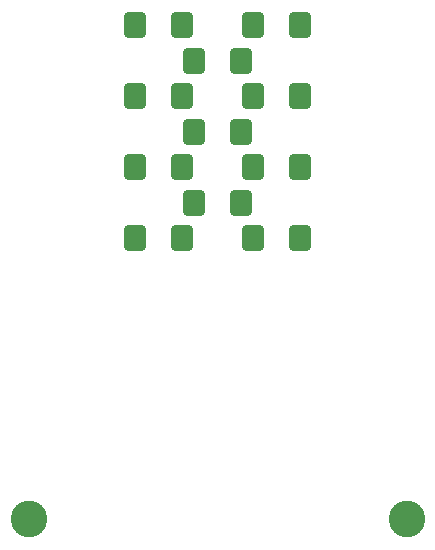
<source format=gbr>
%TF.GenerationSoftware,KiCad,Pcbnew,7.0.1*%
%TF.CreationDate,2024-10-11T19:42:49-04:00*%
%TF.ProjectId,PESTFlex,50455354-466c-4657-982e-6b696361645f,rev?*%
%TF.SameCoordinates,Original*%
%TF.FileFunction,Soldermask,Bot*%
%TF.FilePolarity,Negative*%
%FSLAX46Y46*%
G04 Gerber Fmt 4.6, Leading zero omitted, Abs format (unit mm)*
G04 Created by KiCad (PCBNEW 7.0.1) date 2024-10-11 19:42:49*
%MOMM*%
%LPD*%
G01*
G04 APERTURE LIST*
G04 Aperture macros list*
%AMRoundRect*
0 Rectangle with rounded corners*
0 $1 Rounding radius*
0 $2 $3 $4 $5 $6 $7 $8 $9 X,Y pos of 4 corners*
0 Add a 4 corners polygon primitive as box body*
4,1,4,$2,$3,$4,$5,$6,$7,$8,$9,$2,$3,0*
0 Add four circle primitives for the rounded corners*
1,1,$1+$1,$2,$3*
1,1,$1+$1,$4,$5*
1,1,$1+$1,$6,$7*
1,1,$1+$1,$8,$9*
0 Add four rect primitives between the rounded corners*
20,1,$1+$1,$2,$3,$4,$5,0*
20,1,$1+$1,$4,$5,$6,$7,0*
20,1,$1+$1,$6,$7,$8,$9,0*
20,1,$1+$1,$8,$9,$2,$3,0*%
G04 Aperture macros list end*
%ADD10C,3.100000*%
%ADD11RoundRect,0.247222X0.642778X0.832778X-0.642778X0.832778X-0.642778X-0.832778X0.642778X-0.832778X0*%
G04 APERTURE END LIST*
D10*
%TO.C,REF\u002A\u002A*%
X56000000Y-64750000D03*
%TD*%
%TO.C,REF\u002A\u002A*%
X24000000Y-64750000D03*
%TD*%
D11*
%TO.C,D3*%
X37000000Y-29000000D03*
X33000000Y-29000000D03*
%TD*%
%TO.C,D4*%
X42000000Y-26000000D03*
X38000000Y-26000000D03*
%TD*%
%TO.C,D6*%
X37000000Y-35000000D03*
X33000000Y-35000000D03*
%TD*%
%TO.C,D5*%
X47000000Y-29000000D03*
X43000000Y-29000000D03*
%TD*%
%TO.C,D7*%
X42000000Y-32000000D03*
X38000000Y-32000000D03*
%TD*%
%TO.C,D11*%
X47000000Y-41000000D03*
X43000000Y-41000000D03*
%TD*%
%TO.C,D8*%
X47000000Y-35000000D03*
X43000000Y-35000000D03*
%TD*%
%TO.C,D10*%
X42000000Y-38000000D03*
X38000000Y-38000000D03*
%TD*%
%TO.C,D1*%
X37000000Y-23000000D03*
X33000000Y-23000000D03*
%TD*%
%TO.C,D9*%
X37000000Y-41000000D03*
X33000000Y-41000000D03*
%TD*%
%TO.C,D2*%
X47000000Y-23000000D03*
X43000000Y-23000000D03*
%TD*%
M02*

</source>
